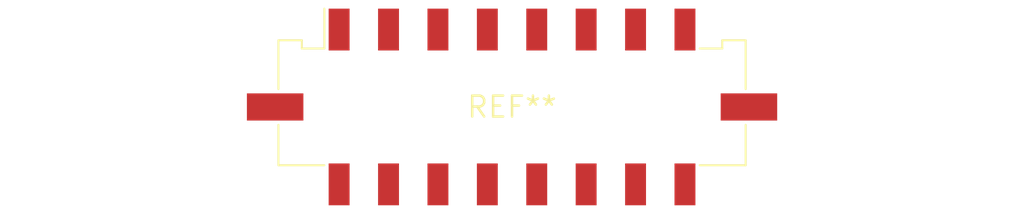
<source format=kicad_pcb>
(kicad_pcb (version 20240108) (generator pcbnew)
  (layers (0 "F.Cu" signal) (31 "B.Cu" signal) (34 "B.Paste" user) (35 "F.Paste" user) (36 "B.SilkS" user "B.Silkscreen") (37 "F.SilkS" user "F.Silkscreen") (38 "B.Mask" user) (39 "F.Mask" user) (44 "Edge.Cuts" user))
  (net 0 "")
  (footprint "Molex_Micro-Fit_3.0_43045-1618_2x08-1MP_P3.00mm_Vertical" (layer "F.Cu") (at 0 0)
    (property "Reference" "REF**")
    (property "Value" "Molex_Micro-Fit_3.0_43045-1618_2x08-1MP_P3.00mm_Vertical")
    (fp_line (start -14.185 -4.05) (end -12.765 -4.05) (layer "F.SilkS") (stroke (width 0.12)))
    (fp_line (start -14.185 -1.085) (end -14.185 -4.05) (layer "F.SilkS") (stroke (width 0.12)))
    (fp_line (start -14.185 1.085) (end -14.185 3.54) (layer "F.SilkS") (stroke (width 0.12)))
    (fp_line (start -14.185 3.54) (end -11.395 3.54) (layer "F.SilkS") (stroke (width 0.12)))
    (fp_line (start -12.765 -4.05) (end -12.765 -3.55) (layer "F.SilkS") (stroke (width 0.12)))
    (fp_line (start -12.765 -3.55) (end -11.395 -3.55) (layer "F.SilkS") (stroke (width 0.12)))
    (fp_line (start -11.395 -3.55) (end -11.395 -5.97) (layer "F.SilkS") (stroke (width 0.12)))
    (fp_line (start 12.765 -4.05) (end 12.765 -3.55) (layer "F.SilkS") (stroke (width 0.12)))
    (fp_line (start 12.765 -3.55) (end 11.395 -3.55) (layer "F.SilkS") (stroke (width 0.12)))
    (fp_line (start 14.185 -4.05) (end 12.765 -4.05) (layer "F.SilkS") (stroke (width 0.12)))
    (fp_line (start 14.185 -1.085) (end 14.185 -4.05) (layer "F.SilkS") (stroke (width 0.12)))
    (fp_line (start 14.185 1.085) (end 14.185 3.54) (layer "F.SilkS") (stroke (width 0.12)))
    (fp_line (start 14.185 3.54) (end 11.395 3.54) (layer "F.SilkS") (stroke (width 0.12)))
    (pad "1" smd rect (at -10.5 -4.7) (size 1.27 2.54) (layers "F.Cu" "F.Paste" "F.Mask"))
    (pad "2" smd rect (at -7.5 -4.7) (size 1.27 2.54) (layers "F.Cu" "F.Paste" "F.Mask"))
    (pad "3" smd rect (at -4.5 -4.7) (size 1.27 2.54) (layers "F.Cu" "F.Paste" "F.Mask"))
    (pad "4" smd rect (at -1.5 -4.7) (size 1.27 2.54) (layers "F.Cu" "F.Paste" "F.Mask"))
    (pad "5" smd rect (at 1.5 -4.7) (size 1.27 2.54) (layers "F.Cu" "F.Paste" "F.Mask"))
    (pad "6" smd rect (at 4.5 -4.7) (size 1.27 2.54) (layers "F.Cu" "F.Paste" "F.Mask"))
    (pad "7" smd rect (at 7.5 -4.7) (size 1.27 2.54) (layers "F.Cu" "F.Paste" "F.Mask"))
    (pad "8" smd rect (at 10.5 -4.7) (size 1.27 2.54) (layers "F.Cu" "F.Paste" "F.Mask"))
    (pad "9" smd rect (at -10.5 4.7) (size 1.27 2.54) (layers "F.Cu" "F.Paste" "F.Mask"))
    (pad "10" smd rect (at -7.5 4.7) (size 1.27 2.54) (layers "F.Cu" "F.Paste" "F.Mask"))
    (pad "11" smd rect (at -4.5 4.7) (size 1.27 2.54) (layers "F.Cu" "F.Paste" "F.Mask"))
    (pad "12" smd rect (at -1.5 4.7) (size 1.27 2.54) (layers "F.Cu" "F.Paste" "F.Mask"))
    (pad "13" smd rect (at 1.5 4.7) (size 1.27 2.54) (layers "F.Cu" "F.Paste" "F.Mask"))
    (pad "14" smd rect (at 4.5 4.7) (size 1.27 2.54) (layers "F.Cu" "F.Paste" "F.Mask"))
    (pad "15" smd rect (at 7.5 4.7) (size 1.27 2.54) (layers "F.Cu" "F.Paste" "F.Mask"))
    (pad "16" smd rect (at 10.5 4.7) (size 1.27 2.54) (layers "F.Cu" "F.Paste" "F.Mask"))
    (pad "MP" smd rect (at -14.385 0) (size 3.43 1.65) (layers "F.Cu" "F.Paste" "F.Mask"))
    (pad "MP" smd rect (at 14.385 0) (size 3.43 1.65) (layers "F.Cu" "F.Paste" "F.Mask"))
  )
)
</source>
